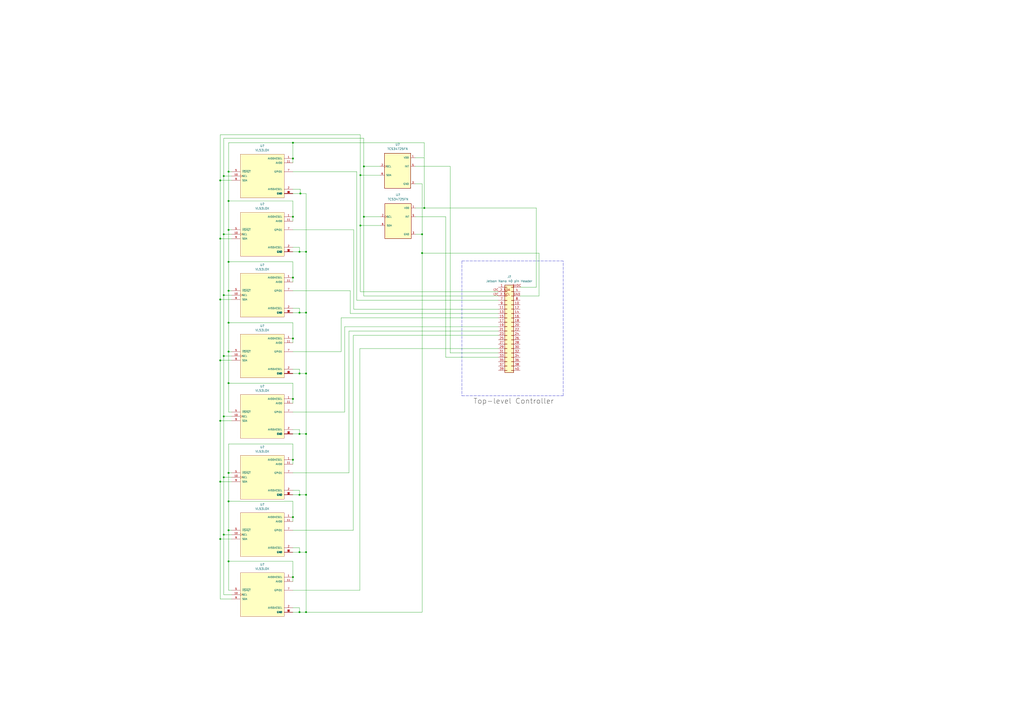
<source format=kicad_sch>
(kicad_sch (version 20211123) (generator eeschema)
  (paper "A2")
  (lib_symbols
    (symbol "Connector_Generic:Jetson Nano 40 pin Header" (pin_names (offset 1.016) hide)
      (property "Reference" "J?" (at 1.27 29.464 0))
      (property "Value" "Jetson Nano 40 pin Header" (at 1.27 26.924 0))
      (symbol "Jetson Nano 40 pin Header_1_1"
        (rectangle (start -1.27 -25.273) (end 0 -25.527) (stroke (width 0.1524)))
        (rectangle (start -1.27 -22.733) (end 0 -22.987) (stroke (width 0.1524)))
        (rectangle (start -1.27 -20.193) (end 0 -20.447) (stroke (width 0.1524)))
        (rectangle (start -1.27 -17.653) (end 0 -17.907) (stroke (width 0.1524)))
        (rectangle (start -1.27 -15.113) (end 0 -15.367) (stroke (width 0.1524)))
        (rectangle (start -1.27 -12.573) (end 0 -12.827) (stroke (width 0.1524)))
        (rectangle (start -1.27 -10.033) (end 0 -10.287) (stroke (width 0.1524)))
        (rectangle (start -1.27 -7.493) (end 0 -7.747) (stroke (width 0.1524)))
        (rectangle (start -1.27 -4.953) (end 0 -5.207) (stroke (width 0.1524)))
        (rectangle (start -1.27 -2.413) (end 0 -2.667) (stroke (width 0.1524)))
        (rectangle (start -1.27 0.127) (end 0 -0.127) (stroke (width 0.1524)))
        (rectangle (start -1.27 2.667) (end 0 2.413) (stroke (width 0.1524)))
        (rectangle (start -1.27 5.207) (end 0 4.953) (stroke (width 0.1524)))
        (rectangle (start -1.27 7.747) (end 0 7.493) (stroke (width 0.1524)))
        (rectangle (start -1.27 10.287) (end 0 10.033) (stroke (width 0.1524)))
        (rectangle (start -1.27 12.827) (end 0 12.573) (stroke (width 0.1524)))
        (rectangle (start -1.27 15.367) (end 0 15.113) (stroke (width 0.1524)))
        (rectangle (start -1.27 17.907) (end 0 17.653) (stroke (width 0.1524)))
        (rectangle (start -1.27 20.447) (end 0 20.193) (stroke (width 0.1524)))
        (rectangle (start -1.27 22.987) (end 0 22.733) (stroke (width 0.1524)))
        (rectangle (start -1.27 24.13) (end 3.81 -26.67) (stroke (width 0.254)) (fill (type background)))
        (rectangle (start 3.81 -25.273) (end 2.54 -25.527) (stroke (width 0.1524)))
        (rectangle (start 3.81 -22.733) (end 2.54 -22.987) (stroke (width 0.1524)))
        (rectangle (start 3.81 -20.193) (end 2.54 -20.447) (stroke (width 0.1524)))
        (rectangle (start 3.81 -17.653) (end 2.54 -17.907) (stroke (width 0.1524)))
        (rectangle (start 3.81 -15.113) (end 2.54 -15.367) (stroke (width 0.1524)))
        (rectangle (start 3.81 -12.573) (end 2.54 -12.827) (stroke (width 0.1524)))
        (rectangle (start 3.81 -10.033) (end 2.54 -10.287) (stroke (width 0.1524)))
        (rectangle (start 3.81 -7.493) (end 2.54 -7.747) (stroke (width 0.1524)))
        (rectangle (start 3.81 -4.953) (end 2.54 -5.207) (stroke (width 0.1524)))
        (rectangle (start 3.81 -2.413) (end 2.54 -2.667) (stroke (width 0.1524)))
        (rectangle (start 3.81 0.127) (end 2.54 -0.127) (stroke (width 0.1524)))
        (rectangle (start 3.81 2.667) (end 2.54 2.413) (stroke (width 0.1524)))
        (rectangle (start 3.81 5.207) (end 2.54 4.953) (stroke (width 0.1524)))
        (rectangle (start 3.81 7.747) (end 2.54 7.493) (stroke (width 0.1524)))
        (rectangle (start 3.81 10.287) (end 2.54 10.033) (stroke (width 0.1524)))
        (rectangle (start 3.81 12.827) (end 2.54 12.573) (stroke (width 0.1524)))
        (rectangle (start 3.81 15.367) (end 2.54 15.113) (stroke (width 0.1524)))
        (rectangle (start 3.81 17.907) (end 2.54 17.653) (stroke (width 0.1524)))
        (rectangle (start 3.81 20.447) (end 2.54 20.193) (stroke (width 0.1524)))
        (rectangle (start 3.81 22.987) (end 2.54 22.733) (stroke (width 0.1524)))
        (pin passive line (at -5.08 22.86 0) (length 3.81) (name "Pin_1") (number "1"))
        (pin passive line (at 7.62 12.7 180) (length 3.81) (name "Pin_10") (number "10"))
        (pin passive line (at -5.08 10.16 0) (length 3.81) (name "Pin_11") (number "11"))
        (pin passive line (at 7.62 10.16 180) (length 3.81) (name "Pin_12") (number "12"))
        (pin passive line (at -5.08 7.62 0) (length 3.81) (name "Pin_13") (number "13"))
        (pin passive line (at 7.62 7.62 180) (length 3.81) (name "Pin_14") (number "14"))
        (pin passive line (at -5.08 5.08 0) (length 3.81) (name "Pin_15") (number "15"))
        (pin passive line (at 7.62 5.08 180) (length 3.81) (name "Pin_16") (number "16"))
        (pin passive line (at -5.08 2.54 0) (length 3.81) (name "Pin_17") (number "17"))
        (pin passive line (at 7.62 2.54 180) (length 3.81) (name "Pin_18") (number "18"))
        (pin passive line (at -5.08 0 0) (length 3.81) (name "Pin_19") (number "19"))
        (pin passive line (at 7.62 0 180) (length 3.81) (name "Pin_20") (number "20"))
        (pin passive line (at -5.08 -2.54 0) (length 3.81) (name "Pin_21") (number "21"))
        (pin passive line (at 7.62 -2.54 180) (length 3.81) (name "Pin_22") (number "22"))
        (pin passive line (at -5.08 -5.08 0) (length 3.81) (name "Pin_23") (number "23"))
        (pin passive line (at 7.62 -5.08 180) (length 3.81) (name "Pin_24") (number "24"))
        (pin passive line (at -5.08 -7.62 0) (length 3.81) (name "Pin_25") (number "25"))
        (pin passive line (at 7.62 -7.62 180) (length 3.81) (name "Pin_26") (number "26"))
        (pin passive line (at -5.08 -10.16 0) (length 3.81) (name "Pin_27") (number "27"))
        (pin passive line (at 7.62 -10.16 180) (length 3.81) (name "Pin_28") (number "28"))
        (pin passive line (at -5.08 -12.7 0) (length 3.81) (name "Pin_29") (number "29"))
        (pin passive line (at 7.62 -12.7 180) (length 3.81) (name "Pin_30") (number "30"))
        (pin passive line (at -5.08 -15.24 0) (length 3.81) (name "Pin_31") (number "31"))
        (pin passive line (at 7.62 -15.24 180) (length 3.81) (name "Pin_32") (number "32"))
        (pin passive line (at -5.08 -17.78 0) (length 3.81) (name "Pin_33") (number "33"))
        (pin passive line (at 7.62 -17.78 180) (length 3.81) (name "Pin_34") (number "34"))
        (pin passive line (at -5.08 -20.32 0) (length 3.81) (name "Pin_35") (number "35"))
        (pin passive line (at 7.62 -20.32 180) (length 3.81) (name "Pin_36") (number "36"))
        (pin passive line (at -5.08 -22.86 0) (length 3.81) (name "Pin_37") (number "37"))
        (pin passive line (at 7.62 -22.86 180) (length 3.81) (name "Pin_38") (number "38"))
        (pin passive line (at -5.08 -25.4 0) (length 3.81) (name "Pin_39") (number "39"))
        (pin passive line (at 7.62 20.32 180) (length 3.81) (name "Pin_4") (number "4"))
        (pin passive line (at 7.62 -25.4 180) (length 3.81) (name "Pin_40") (number "40"))
        (pin power_out line (at 7.62 22.86 180) (length 3.81) (name "5VDC") (number "5VDC"))
        (pin passive line (at -5.08 15.24 0) (length 3.81) (name "Pin_7") (number "7"))
        (pin passive line (at 7.62 15.24 180) (length 3.81) (name "Pin_8") (number "8"))
        (pin passive line (at -5.08 12.7 0) (length 3.81) (name "Pin_9") (number "9"))
        (pin passive line (at 7.62 17.78 180) (length 3.81) (name "GND") (number "GND"))
        (pin passive line (at -5.08 17.78 0) (length 3.81) (name "I2C_2_SCL") (number "I2C_2_SCL"))
        (pin passive line (at -5.08 20.32 0) (length 3.81) (name "I2C_2_SDA") (number "I2C_2_SDA"))
      )
    )
    (symbol "TCS34725FN:TCS34725FN" (pin_names (offset 1.016))
      (property "Reference" "U" (at -7.6343 10.179 0))
      (property "Value" "TCS34725FN" (at -7.6296 -10.1727 0))
      (symbol "TCS34725FN_0_0"
        (rectangle (start -7.62 -10.16) (end 7.62 10.16) (stroke (width 0.254)) (fill (type background)))
        (pin power_in line (at 10.16 7.62 180) (length 2.54) (name "VDD") (number "1"))
        (pin input clock (at -10.16 2.54 0) (length 2.54) (name "SCL") (number "2"))
        (pin power_in line (at 10.16 -7.62 180) (length 2.54) (name "GND") (number "3"))
        (pin output line (at 10.16 2.54 180) (length 2.54) (name "INT") (number "5"))
        (pin bidirectional line (at -10.16 -2.54 0) (length 2.54) (name "SDA") (number "6"))
      )
    )
    (symbol "VL53L0X:VL53L0X" (pin_names (offset 1.016))
      (property "Reference" "U" (at -12.7244 13.2334 0))
      (property "Value" "VL53L0X" (at -12.7205 -15.2646 0))
      (symbol "VL53L0X_0_0"
        (rectangle (start -12.7 -12.7) (end 12.7 12.7) (stroke (width 0.127)) (fill (type background)))
        (pin power_in line (at 17.78 10.16 180) (length 5.08) (name "AVDDVCSEL") (number "1"))
        (pin input clock (at -17.78 0 0) (length 5.08) (name "SCL") (number "10"))
        (pin power_in line (at 17.78 7.62 180) (length 5.08) (name "AVDD") (number "11"))
        (pin power_in line (at 17.78 -10.16 180) (length 5.08) (name "GND") (number "12"))
        (pin power_in line (at 17.78 -7.62 180) (length 5.08) (name "AVSSVCSEL") (number "2"))
        (pin power_in line (at 17.78 -10.16 180) (length 5.08) (name "GND") (number "3"))
        (pin power_in line (at 17.78 -10.16 180) (length 5.08) (name "GND") (number "4"))
        (pin input line (at -17.78 2.54 0) (length 5.08) (name "~{XSHUT}") (number "5"))
        (pin power_in line (at 17.78 -10.16 180) (length 5.08) (name "GND") (number "6"))
        (pin output line (at 17.78 2.54 180) (length 5.08) (name "GPIO1") (number "7"))
        (pin bidirectional line (at -17.78 -2.54 0) (length 5.08) (name "SDA") (number "9"))
      )
    )
  )
  (junction (at 169.926 91.948))
  (junction (at 132.588 325.628))
  (junction (at 127.762 312.674))
  (junction (at 177.546 251.714))
  (junction (at 173.736 216.662))
  (junction (at 169.926 266.7))
  (junction (at 132.588 307.594))
  (junction (at 132.588 151.892))
  (junction (at 169.926 299.974))
  (junction (at 246.126 120.65))
  (junction (at 211.074 125.73))
  (junction (at 173.736 146.05))
  (junction (at 129.794 206.502))
  (junction (at 177.546 355.092))
  (junction (at 127.762 173.736))
  (junction (at 177.546 287.02))
  (junction (at 174.244 112.268))
  (junction (at 132.588 133.35))
  (junction (at 173.736 181.356))
  (junction (at 169.926 231.394))
  (junction (at 169.926 161.036))
  (junction (at 173.736 320.294))
  (junction (at 129.794 102.108))
  (junction (at 127.762 279.4))
  (junction (at 127.762 209.042))
  (junction (at 177.546 216.662))
  (junction (at 177.546 181.356))
  (junction (at 127.762 104.648))
  (junction (at 244.856 146.812))
  (junction (at 132.588 99.568))
  (junction (at 129.794 276.86))
  (junction (at 132.588 290.83))
  (junction (at 132.588 274.32))
  (junction (at 129.794 241.554))
  (junction (at 169.926 334.772))
  (junction (at 244.856 135.89))
  (junction (at 169.926 82.804))
  (junction (at 169.926 125.73))
  (junction (at 173.736 355.092))
  (junction (at 211.074 96.52))
  (junction (at 129.794 310.134))
  (junction (at 132.588 187.198))
  (junction (at 127.762 138.43))
  (junction (at 169.926 196.342))
  (junction (at 209.042 130.81))
  (junction (at 209.042 101.6))
  (junction (at 129.794 135.89))
  (junction (at 132.588 116.586))
  (junction (at 177.546 146.05))
  (junction (at 129.794 171.196))
  (junction (at 177.546 320.294))
  (junction (at 127.762 244.094))
  (junction (at 132.588 168.656))
  (junction (at 173.736 287.02))
  (junction (at 132.588 222.25))
  (junction (at 132.588 203.962))
  (junction (at 173.736 251.714))
  (wire (pts (xy 127.762 138.43) (xy 134.366 138.43)))
  (wire (pts (xy 258.572 207.264) (xy 289.052 207.264)))
  (wire (pts (xy 132.588 187.198) (xy 169.926 187.198)))
  (wire (pts (xy 129.794 171.196) (xy 134.366 171.196)))
  (wire (pts (xy 173.736 143.51) (xy 173.736 146.05)))
  (wire (pts (xy 169.926 214.122) (xy 173.736 214.122)))
  (wire (pts (xy 129.794 206.502) (xy 134.366 206.502)))
  (wire (pts (xy 203.2 181.864) (xy 203.2 168.656)))
  (wire (pts (xy 132.588 222.25) (xy 132.588 203.962)))
  (wire (pts (xy 177.546 251.714) (xy 177.546 287.02)))
  (wire (pts (xy 169.926 284.48) (xy 173.736 284.48)))
  (wire (pts (xy 173.736 317.754) (xy 173.736 320.294)))
  (wire (pts (xy 134.366 274.32) (xy 132.588 274.32)))
  (wire (pts (xy 289.052 184.404) (xy 197.866 184.404)))
  (wire (pts (xy 244.856 106.68) (xy 244.856 135.89)))
  (wire (pts (xy 127.762 279.4) (xy 127.762 312.674)))
  (wire (pts (xy 211.074 80.264) (xy 211.074 96.52)))
  (wire (pts (xy 132.588 307.594) (xy 132.588 325.628)))
  (wire (pts (xy 169.926 216.662) (xy 173.736 216.662)))
  (wire (pts (xy 240.792 91.44) (xy 246.126 91.44)))
  (wire (pts (xy 129.794 171.196) (xy 129.794 206.502)))
  (wire (pts (xy 289.052 194.564) (xy 204.978 194.564)))
  (wire (pts (xy 211.074 125.73) (xy 211.074 171.704)))
  (wire (pts (xy 132.588 325.628) (xy 169.926 325.628)))
  (wire (pts (xy 197.866 184.404) (xy 197.866 203.962)))
  (wire (pts (xy 129.794 102.108) (xy 134.366 102.108)))
  (wire (pts (xy 169.926 151.892) (xy 169.926 161.036)))
  (wire (pts (xy 132.588 116.586) (xy 132.588 133.35)))
  (wire (pts (xy 129.794 276.86) (xy 134.366 276.86)))
  (wire (pts (xy 240.792 106.68) (xy 244.856 106.68)))
  (wire (pts (xy 132.588 133.35) (xy 132.588 151.892)))
  (wire (pts (xy 312.674 146.812) (xy 244.856 146.812)))
  (wire (pts (xy 169.926 320.294) (xy 173.736 320.294)))
  (wire (pts (xy 132.588 342.392) (xy 132.588 325.628)))
  (wire (pts (xy 169.926 203.962) (xy 197.866 203.962)))
  (wire (pts (xy 209.042 101.6) (xy 209.042 78.232)))
  (wire (pts (xy 289.052 169.164) (xy 209.042 169.164)))
  (wire (pts (xy 289.052 202.184) (xy 208.788 202.184)))
  (wire (pts (xy 169.926 342.392) (xy 208.788 342.392)))
  (wire (pts (xy 204.978 194.564) (xy 204.978 307.594)))
  (wire (pts (xy 173.736 249.174) (xy 173.736 251.714)))
  (wire (pts (xy 246.126 120.65) (xy 241.046 120.65)))
  (wire (pts (xy 173.736 216.662) (xy 177.546 216.662)))
  (wire (pts (xy 134.366 342.392) (xy 132.588 342.392)))
  (wire (pts (xy 127.762 244.094) (xy 127.762 279.4)))
  (wire (pts (xy 289.052 189.484) (xy 199.898 189.484)))
  (wire (pts (xy 127.762 138.43) (xy 127.762 173.736)))
  (wire (pts (xy 244.856 135.89) (xy 244.856 146.812)))
  (polyline (pts (xy 326.644 229.616) (xy 326.644 151.384)))
  (wire (pts (xy 169.926 109.728) (xy 174.244 109.728)))
  (wire (pts (xy 169.926 239.014) (xy 199.898 239.014)))
  (wire (pts (xy 301.752 166.624) (xy 311.15 166.624)))
  (wire (pts (xy 205.232 179.324) (xy 205.232 133.35)))
  (wire (pts (xy 127.762 78.232) (xy 127.762 104.648)))
  (wire (pts (xy 289.052 181.864) (xy 203.2 181.864)))
  (wire (pts (xy 173.736 287.02) (xy 177.546 287.02)))
  (wire (pts (xy 132.588 151.892) (xy 169.926 151.892)))
  (wire (pts (xy 173.736 214.122) (xy 173.736 216.662)))
  (wire (pts (xy 209.042 169.164) (xy 209.042 130.81)))
  (wire (pts (xy 132.588 168.656) (xy 132.588 187.198)))
  (wire (pts (xy 169.926 146.05) (xy 173.736 146.05)))
  (wire (pts (xy 209.042 130.81) (xy 220.726 130.81)))
  (wire (pts (xy 244.856 135.89) (xy 241.046 135.89)))
  (wire (pts (xy 134.366 133.35) (xy 132.588 133.35)))
  (wire (pts (xy 258.572 125.73) (xy 258.572 207.264)))
  (wire (pts (xy 132.588 307.594) (xy 132.588 290.83)))
  (wire (pts (xy 169.926 231.394) (xy 169.926 233.934)))
  (wire (pts (xy 241.046 125.73) (xy 258.572 125.73)))
  (wire (pts (xy 127.762 209.042) (xy 134.366 209.042)))
  (wire (pts (xy 169.926 143.51) (xy 173.736 143.51)))
  (wire (pts (xy 129.794 241.554) (xy 129.794 276.86)))
  (wire (pts (xy 134.366 307.594) (xy 132.588 307.594)))
  (wire (pts (xy 173.736 146.05) (xy 177.546 146.05)))
  (wire (pts (xy 173.736 251.714) (xy 177.546 251.714)))
  (wire (pts (xy 174.244 109.728) (xy 174.244 112.268)))
  (wire (pts (xy 129.794 102.108) (xy 129.794 80.264)))
  (wire (pts (xy 132.588 82.804) (xy 132.588 99.568)))
  (wire (pts (xy 207.01 174.244) (xy 207.01 99.568)))
  (wire (pts (xy 173.736 284.48) (xy 173.736 287.02)))
  (wire (pts (xy 134.366 168.656) (xy 132.588 168.656)))
  (wire (pts (xy 169.926 82.804) (xy 169.926 91.948)))
  (wire (pts (xy 177.546 320.294) (xy 177.546 355.092)))
  (wire (pts (xy 199.898 189.484) (xy 199.898 239.014)))
  (wire (pts (xy 169.926 290.83) (xy 169.926 299.974)))
  (wire (pts (xy 177.546 181.356) (xy 177.546 216.662)))
  (wire (pts (xy 132.588 274.32) (xy 132.588 257.556)))
  (wire (pts (xy 202.438 192.024) (xy 202.438 274.32)))
  (wire (pts (xy 169.926 352.552) (xy 173.736 352.552)))
  (wire (pts (xy 289.052 192.024) (xy 202.438 192.024)))
  (wire (pts (xy 169.926 112.268) (xy 174.244 112.268)))
  (wire (pts (xy 211.074 171.704) (xy 289.052 171.704)))
  (wire (pts (xy 132.588 257.556) (xy 169.926 257.556)))
  (wire (pts (xy 169.926 125.73) (xy 169.926 128.27)))
  (wire (pts (xy 289.052 179.324) (xy 205.232 179.324)))
  (wire (pts (xy 169.926 274.32) (xy 202.438 274.32)))
  (wire (pts (xy 169.926 91.948) (xy 169.926 94.488)))
  (wire (pts (xy 211.074 96.52) (xy 220.472 96.52)))
  (wire (pts (xy 129.794 102.108) (xy 129.794 135.89)))
  (wire (pts (xy 244.856 146.812) (xy 244.856 355.092)))
  (wire (pts (xy 129.794 241.554) (xy 134.366 241.554)))
  (wire (pts (xy 169.926 299.974) (xy 169.926 302.514)))
  (wire (pts (xy 169.926 355.092) (xy 173.736 355.092)))
  (wire (pts (xy 301.752 171.704) (xy 312.674 171.704)))
  (wire (pts (xy 246.126 91.186) (xy 246.126 82.804)))
  (wire (pts (xy 132.588 274.32) (xy 132.588 290.83)))
  (wire (pts (xy 177.546 216.662) (xy 177.546 251.714)))
  (wire (pts (xy 132.588 290.83) (xy 169.926 290.83)))
  (wire (pts (xy 169.926 287.02) (xy 173.736 287.02)))
  (wire (pts (xy 129.794 135.89) (xy 129.794 171.196)))
  (wire (pts (xy 173.736 181.356) (xy 177.546 181.356)))
  (wire (pts (xy 169.926 307.594) (xy 204.978 307.594)))
  (wire (pts (xy 169.926 257.556) (xy 169.926 266.7)))
  (wire (pts (xy 177.546 112.268) (xy 177.546 146.05)))
  (wire (pts (xy 169.926 317.754) (xy 173.736 317.754)))
  (polyline (pts (xy 267.97 151.384) (xy 267.97 229.616)))
  (wire (pts (xy 132.588 82.804) (xy 169.926 82.804)))
  (wire (pts (xy 173.736 178.816) (xy 173.736 181.356)))
  (wire (pts (xy 173.736 320.294) (xy 177.546 320.294)))
  (wire (pts (xy 169.926 181.356) (xy 173.736 181.356)))
  (wire (pts (xy 169.926 187.198) (xy 169.926 196.342)))
  (wire (pts (xy 127.762 104.648) (xy 127.762 138.43)))
  (wire (pts (xy 129.794 276.86) (xy 129.794 310.134)))
  (wire (pts (xy 246.126 82.804) (xy 169.926 82.804)))
  (wire (pts (xy 169.926 251.714) (xy 173.736 251.714)))
  (wire (pts (xy 173.736 352.552) (xy 173.736 355.092)))
  (wire (pts (xy 132.588 99.568) (xy 132.588 116.586)))
  (wire (pts (xy 209.042 101.6) (xy 220.472 101.6)))
  (wire (pts (xy 311.15 166.624) (xy 311.15 120.65)))
  (wire (pts (xy 174.244 112.268) (xy 177.546 112.268)))
  (wire (pts (xy 129.794 135.89) (xy 134.366 135.89)))
  (wire (pts (xy 209.042 130.81) (xy 209.042 101.6)))
  (wire (pts (xy 169.926 334.772) (xy 169.926 337.312)))
  (polyline (pts (xy 267.97 151.384) (xy 326.644 151.384)))
  (wire (pts (xy 127.762 279.4) (xy 134.366 279.4)))
  (wire (pts (xy 127.762 209.042) (xy 127.762 244.094)))
  (wire (pts (xy 134.366 239.014) (xy 132.588 239.014)))
  (wire (pts (xy 169.926 266.7) (xy 169.926 269.24)))
  (wire (pts (xy 129.794 310.134) (xy 134.366 310.134)))
  (wire (pts (xy 169.926 196.342) (xy 169.926 198.882)))
  (wire (pts (xy 132.588 203.962) (xy 134.366 203.962)))
  (wire (pts (xy 177.546 355.092) (xy 244.856 355.092)))
  (wire (pts (xy 169.926 133.35) (xy 205.232 133.35)))
  (wire (pts (xy 169.926 249.174) (xy 173.736 249.174)))
  (wire (pts (xy 261.112 96.52) (xy 261.112 204.724)))
  (wire (pts (xy 127.762 312.674) (xy 134.366 312.674)))
  (wire (pts (xy 169.926 222.25) (xy 169.926 231.394)))
  (wire (pts (xy 129.794 344.932) (xy 134.366 344.932)))
  (wire (pts (xy 211.074 125.73) (xy 220.726 125.73)))
  (wire (pts (xy 127.762 347.472) (xy 134.366 347.472)))
  (wire (pts (xy 246.126 91.44) (xy 246.126 120.65)))
  (wire (pts (xy 127.762 244.094) (xy 134.366 244.094)))
  (wire (pts (xy 169.926 99.568) (xy 207.01 99.568)))
  (wire (pts (xy 173.736 355.092) (xy 177.546 355.092)))
  (wire (pts (xy 134.366 99.568) (xy 132.588 99.568)))
  (wire (pts (xy 208.788 202.184) (xy 208.788 342.392)))
  (wire (pts (xy 127.762 312.674) (xy 127.762 347.472)))
  (wire (pts (xy 169.926 116.586) (xy 169.926 125.73)))
  (wire (pts (xy 289.052 174.244) (xy 207.01 174.244)))
  (wire (pts (xy 127.762 173.736) (xy 134.366 173.736)))
  (wire (pts (xy 261.112 204.724) (xy 289.052 204.724)))
  (wire (pts (xy 169.926 325.628) (xy 169.926 334.772)))
  (wire (pts (xy 132.588 168.656) (xy 132.588 151.892)))
  (polyline (pts (xy 267.97 229.616) (xy 326.644 229.616)))
  (wire (pts (xy 129.794 310.134) (xy 129.794 344.932)))
  (wire (pts (xy 127.762 173.736) (xy 127.762 209.042)))
  (wire (pts (xy 209.042 78.232) (xy 127.762 78.232)))
  (wire (pts (xy 129.794 80.264) (xy 211.074 80.264)))
  (wire (pts (xy 132.588 222.25) (xy 169.926 222.25)))
  (wire (pts (xy 132.588 116.586) (xy 169.926 116.586)))
  (wire (pts (xy 132.588 203.962) (xy 132.588 187.198)))
  (wire (pts (xy 169.926 168.656) (xy 203.2 168.656)))
  (wire (pts (xy 211.074 96.52) (xy 211.074 125.73)))
  (wire (pts (xy 177.546 146.05) (xy 177.546 181.356)))
  (wire (pts (xy 169.926 178.816) (xy 173.736 178.816)))
  (wire (pts (xy 177.546 287.02) (xy 177.546 320.294)))
  (wire (pts (xy 311.15 120.65) (xy 246.126 120.65)))
  (wire (pts (xy 127.762 104.648) (xy 134.366 104.648)))
  (wire (pts (xy 169.926 161.036) (xy 169.926 163.576)))
  (wire (pts (xy 129.794 206.502) (xy 129.794 241.554)))
  (wire (pts (xy 312.674 171.704) (xy 312.674 146.812)))
  (wire (pts (xy 132.588 239.014) (xy 132.588 222.25)))
  (wire (pts (xy 240.792 96.52) (xy 261.112 96.52)))
  (label "Top-level Controller" (at 274.574 235.204 0) (effects (font (size 3 3))))
  (symbol (lib_id "VL53L0X:VL53L0X") (at 152.146 135.89 0) (unit 1)
    (property "Reference" "U?" (at 152.146 118.364 0))
    (property "Value" "VL53L0X" (at 152.146 120.904 0))
    (property "Footprint" "SENSOR_VL53L0X" (effects hide))
    (property "MANUFACTURER" "ST Microelectronics" (effects hide))
    (property "PART_REV" "1.0" (effects hide))
    (property "STANDARD" "Manufacturer Recommendation" (effects hide))
  )
  (symbol (lib_id "VL53L0X:VL53L0X") (at 152.146 276.86 0) (unit 1)
    (property "Reference" "U?" (at 152.146 259.334 0))
    (property "Value" "VL53L0X" (at 152.146 261.874 0))
    (property "Footprint" "SENSOR_VL53L0X" (effects hide))
    (property "MANUFACTURER" "ST Microelectronics" (effects hide))
    (property "PART_REV" "1.0" (effects hide))
    (property "STANDARD" "Manufacturer Recommendation" (effects hide))
  )
  (symbol (lib_id "TCS34725FN:TCS34725FN") (at 230.632 99.06 0) (unit 1)
    (property "Reference" "U?" (at 230.632 83.82 0))
    (property "Value" "TCS34725FN" (at 230.632 86.36 0))
    (property "Footprint" "SON65P200X240X70-6N" (effects hide))
    (property "STANDARD" "Manufacturer recommendation" (effects hide))
    (property "PARTREV" "1-02" (effects hide))
    (property "MANUFACTURER" "AMS Electronics, Inc." (effects hide))
  )
  (symbol (lib_id "VL53L0X:VL53L0X") (at 152.146 102.108 0) (unit 1)
    (property "Reference" "U?" (at 152.146 84.582 0))
    (property "Value" "VL53L0X" (at 152.146 87.122 0))
    (property "Footprint" "SENSOR_VL53L0X" (effects hide))
    (property "MANUFACTURER" "ST Microelectronics" (effects hide))
    (property "PART_REV" "1.0" (effects hide))
    (property "STANDARD" "Manufacturer Recommendation" (effects hide))
  )
  (symbol (lib_id "VL53L0X:VL53L0X") (at 152.146 206.502 0) (unit 1)
    (property "Reference" "U?" (at 152.146 188.976 0))
    (property "Value" "VL53L0X" (at 152.146 191.516 0))
    (property "Footprint" "SENSOR_VL53L0X" (effects hide))
    (property "MANUFACTURER" "ST Microelectronics" (effects hide))
    (property "PART_REV" "1.0" (effects hide))
    (property "STANDARD" "Manufacturer Recommendation" (effects hide))
  )
  (symbol (lib_id "VL53L0X:VL53L0X") (at 152.146 171.196 0) (unit 1)
    (property "Reference" "U?" (at 152.146 153.67 0))
    (property "Value" "VL53L0X" (at 152.146 156.21 0))
    (property "Footprint" "SENSOR_VL53L0X" (effects hide))
    (property "MANUFACTURER" "ST Microelectronics" (effects hide))
    (property "PART_REV" "1.0" (effects hide))
    (property "STANDARD" "Manufacturer Recommendation" (effects hide))
  )
  (symbol (lib_id "Connector_Generic:Jetson Nano 40 pin Header") (at 294.132 189.484 0) (unit 1)
    (property "Reference" "J?" (at 295.402 160.528 0))
    (property "Value" "Jetson Nano 40 pin Header" (at 295.402 163.068 0))
  )
  (symbol (lib_id "VL53L0X:VL53L0X") (at 152.146 344.932 0) (unit 1)
    (property "Reference" "U?" (at 152.146 327.406 0))
    (property "Value" "VL53L0X" (at 152.146 329.946 0))
    (property "Footprint" "SENSOR_VL53L0X" (effects hide))
    (property "MANUFACTURER" "ST Microelectronics" (effects hide))
    (property "PART_REV" "1.0" (effects hide))
    (property "STANDARD" "Manufacturer Recommendation" (effects hide))
  )
  (symbol (lib_id "VL53L0X:VL53L0X") (at 152.146 310.134 0) (unit 1)
    (property "Reference" "U?" (at 152.146 292.608 0))
    (property "Value" "VL53L0X" (at 152.146 295.148 0))
    (property "Footprint" "SENSOR_VL53L0X" (effects hide))
    (property "MANUFACTURER" "ST Microelectronics" (effects hide))
    (property "PART_REV" "1.0" (effects hide))
    (property "STANDARD" "Manufacturer Recommendation" (effects hide))
  )
  (symbol (lib_id "TCS34725FN:TCS34725FN") (at 230.886 128.27 0) (unit 1)
    (property "Reference" "U?" (at 230.886 113.03 0))
    (property "Value" "TCS34725FN" (at 230.886 115.57 0))
    (property "Footprint" "SON65P200X240X70-6N" (effects hide))
    (property "STANDARD" "Manufacturer recommendation" (effects hide))
    (property "PARTREV" "1-02" (effects hide))
    (property "MANUFACTURER" "AMS Electronics, Inc." (effects hide))
  )
  (symbol (lib_id "VL53L0X:VL53L0X") (at 152.146 241.554 0) (unit 1)
    (property "Reference" "U?" (at 152.146 224.028 0))
    (property "Value" "VL53L0X" (at 152.146 226.568 0))
    (property "Footprint" "SENSOR_VL53L0X" (effects hide))
    (property "MANUFACTURER" "ST Microelectronics" (effects hide))
    (property "PART_REV" "1.0" (effects hide))
    (property "STANDARD" "Manufacturer Recommendation" (effects hide))
  )
)
</source>
